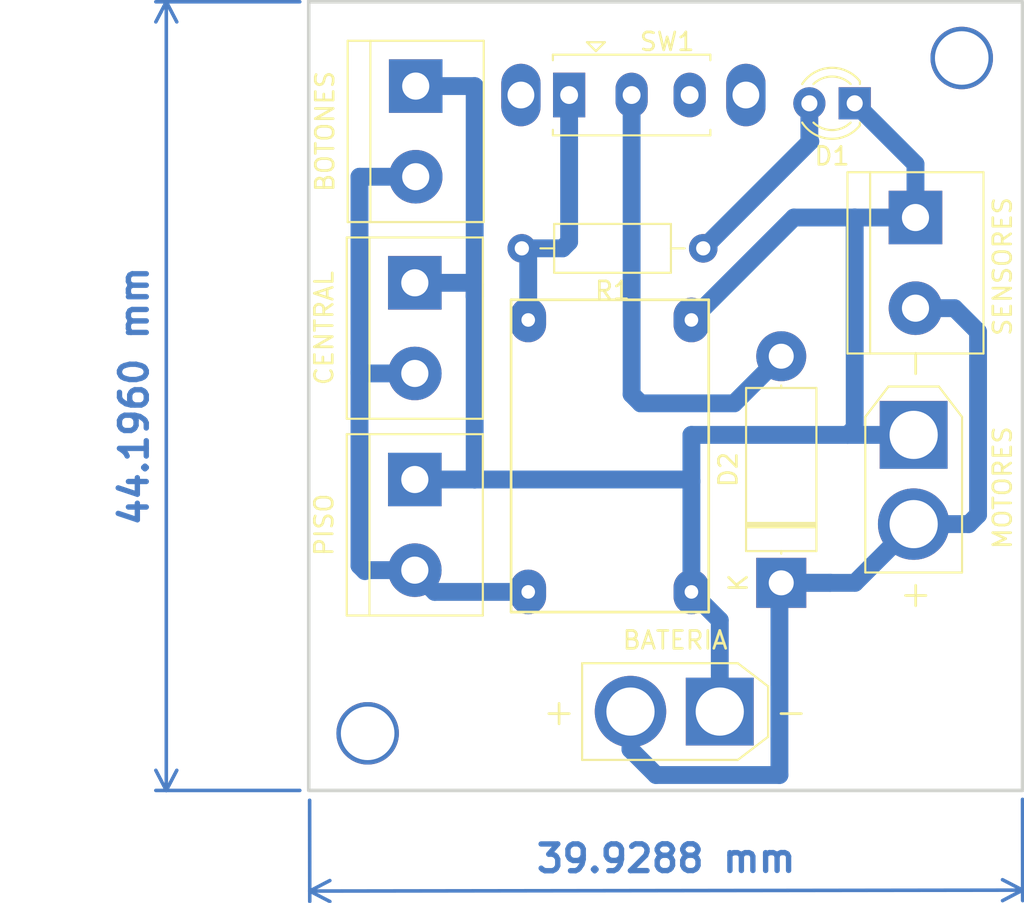
<source format=kicad_pcb>
(kicad_pcb (version 20211014) (generator pcbnew)
  (layers (0 "F.Cu" signal) (31 "B.Cu" signal) (34 "B.Paste" user) (35 "F.Paste" user) (36 "B.SilkS" user "B.Silkscreen") (37 "F.SilkS" user "F.Silkscreen") (38 "B.Mask" user) (39 "F.Mask" user) (44 "Edge.Cuts" user))
  (net 0 "")
  (net 1 "GND")
  (net 2 "Net-(D1-Pad2)")
  (net 3 "/VCC")
  (net 4 "Net-(D2-Pad2)")
  (net 5 "/VIN")
  (net 7 "/5v")
  (footprint "TerminalBlock:TerminalBlock_bornier-2_P5.08mm" (layer "F.Cu") (at 19.1516 53.4416 -90)
    (fp_text reference "J3" hide)
    (fp_text value "BOTONES" (at 2.54 5.08 90) (layer "F.SilkS"))
    (fp_line (start -2.54 -3.81) (end -2.54 3.81) (layer "F.SilkS") (width 0.12))
    (fp_line (start 7.62 -3.81) (end -2.54 -3.81) (layer "F.SilkS") (width 0.12))
    (fp_line (start 7.62 3.81) (end 7.62 -3.81) (layer "F.SilkS") (width 0.12))
    (fp_line (start -2.54 3.81) (end 7.62 3.81) (layer "F.SilkS") (width 0.12))
    (fp_line (start 7.62 2.54) (end -2.54 2.54) (layer "F.SilkS") (width 0.12))
    (pad "1" thru_hole rect (at 0 0 270) (size 3 3) (drill 1.52) (layers *.Cu *.Mask) (net 1 "GND"))
    (pad "2" thru_hole circle (at 5.08 0 270) (size 3 3) (drill 1.52) (layers *.Cu *.Mask) (net 7 "/5v"))
  )
  (footprint "Connector_AMASS:AMASS_XT30U-F_1x02_P5.0mm_Vertical" (layer "F.Cu") (at 47.0408 72.9888 -90)
    (fp_text reference "J2" hide)
    (fp_text value "MOTORES" (at 2.9572 -4.9784 -90) (layer "F.SilkS"))
    (fp_text user "+" (at 9 0 90) (layer "F.SilkS") (effects (font (size 1.5 1.5))))
    (fp_text user "-" (at -4 0 90) (layer "F.SilkS") (effects (font (size 1.5 1.5))))
    (fp_line (start -1.01 -2.71) (end 7.71 -2.71) (layer "F.SilkS") (width 0.12))
    (fp_line (start 7.71 -2.71) (end 7.71 2.71) (layer "F.SilkS") (width 0.12))
    (fp_line (start -2.71 -1.41) (end -2.71 1.41) (layer "F.SilkS") (width 0.12))
    (fp_line (start -2.71 1.41) (end -1.01 2.71) (layer "F.SilkS") (width 0.12))
    (fp_line (start -1.01 2.71) (end 7.71 2.71) (layer "F.SilkS") (width 0.12))
    (fp_line (start -2.71 -1.41) (end -1.01 -2.71) (layer "F.SilkS") (width 0.12))
    (pad "1" thru_hole rect (at 0 0 270) (size 3.8 3.8) (drill 2.7) (layers *.Cu *.Mask) (net 1 "GND"))
    (pad "2" thru_hole circle (at 5 0 270) (size 4 4) (drill 2.7) (layers *.Cu *.Mask) (net 3 "/VCC"))
  )
  (footprint "Connector_AMASS:AMASS_XT30U-F_1x02_P5.0mm_Vertical" (layer "F.Cu") (at 36.1804 88.4936 180)
    (fp_text reference "J6" hide)
    (fp_text value "BATERIA" (at 2.5 4) (layer "F.SilkS"))
    (fp_text user "-" (at -4 0) (layer "F.SilkS") (effects (font (size 1.5 1.5))))
    (fp_text user "+" (at 9 0) (layer "F.SilkS") (effects (font (size 1.5 1.5))))
    (fp_line (start -2.71 1.41) (end -1.01 2.71) (layer "F.SilkS") (width 0.12))
    (fp_line (start -1.01 2.71) (end 7.71 2.71) (layer "F.SilkS") (width 0.12))
    (fp_line (start 7.71 -2.71) (end 7.71 2.71) (layer "F.SilkS") (width 0.12))
    (fp_line (start -1.01 -2.71) (end 7.71 -2.71) (layer "F.SilkS") (width 0.12))
    (fp_line (start -2.71 -1.41) (end -1.01 -2.71) (layer "F.SilkS") (width 0.12))
    (fp_line (start -2.71 -1.41) (end -2.71 1.41) (layer "F.SilkS") (width 0.12))
    (pad "1" thru_hole rect (at 0 0 180) (size 3.8 3.8) (drill 2.7) (layers *.Cu *.Mask) (net 1 "GND"))
    (pad "2" thru_hole circle (at 5 0 180) (size 4 4) (drill 2.7) (layers *.Cu *.Mask) (net 3 "/VCC"))
  )
  (footprint "Button_Switch_THT:SW_Slide_1P2T_CK_OS102011MS2Q" (layer "F.Cu") (at 29.2436 53.9423)
    (fp_text reference "SW1" (at 3.99 -2.99) (layer "F.SilkS"))
    (fp_text value "SW_DPDT_x2")
    (fp_line (start -2.41 2.26) (end -2.41 1.95) (layer "F.SilkS") (width 0.12))
    (fp_line (start -2.41 -2.26) (end 6.41 -2.26) (layer "F.SilkS") (width 0.12))
    (fp_line (start -2.41 -1.95) (end -2.41 -2.26) (layer "F.SilkS") (width 0.12))
    (fp_line (start 6.41 -2.26) (end 6.41 -1.95) (layer "F.SilkS") (width 0.12))
    (fp_line (start 6.41 2.26) (end 6.41 1.95) (layer "F.SilkS") (width 0.12))
    (fp_line (start 0 -2.46) (end 0.5 -2.96) (layer "F.SilkS") (width 0.12))
    (fp_line (start -0.5 -2.96) (end 0 -2.46) (layer "F.SilkS") (width 0.12))
    (fp_line (start 0.5 -2.96) (end -0.5 -2.96) (layer "F.SilkS") (width 0.12))
    (fp_line (start 6.41 2.26) (end -2.41 2.26) (layer "F.SilkS") (width 0.12))
    (pad "" thru_hole oval (at -4.2 0) (size 2.2 3.5) (drill 1.5) (layers *.Cu *.Mask))
    (pad "" thru_hole oval (at 8.4 0) (size 2.2 3.5) (drill 1.5) (layers *.Cu *.Mask))
    (pad "1" thru_hole rect (at -1.5 0) (size 1.8 2.5) (drill 1) (layers *.Cu *.Mask) (net 5 "/VIN"))
    (pad "2" thru_hole oval (at 2 0) (size 1.8 2.5) (drill 1) (layers *.Cu *.Mask) (net 4 "Net-(D2-Pad2)"))
    (pad "3" thru_hole oval (at 5.25 0) (size 1.8 2.5) (drill 1) (layers *.Cu *.Mask))
  )
  (footprint "LED_THT:LED_D3.0mm" (layer "F.Cu") (at 43.7388 54.4068 180)
    (fp_text reference "D1" (at 1.27 -2.96) (layer "F.SilkS"))
    (fp_text value "LED")
    (fp_line (start -0.29 1.08) (end -0.29 1.236) (layer "F.SilkS") (width 0.12))
    (fp_line (start -0.29 -1.236) (end -0.29 -1.08) (layer "F.SilkS") (width 0.12))
    (fp_arc (start 0.229039 -1.08) (mid 1.270117 -1.5) (end 2.31113 -1.079837) (layer "F.SilkS") (width 0.12))
    (fp_arc (start 2.942335 1.078608) (mid 1.366487 1.987659) (end -0.29 1.235516) (layer "F.SilkS") (width 0.12))
    (fp_arc (start -0.29 -1.235516) (mid 1.366487 -1.987659) (end 2.942335 -1.078608) (layer "F.SilkS") (width 0.12))
    (fp_arc (start 2.31113 1.079837) (mid 1.270117 1.5) (end 0.229039 1.08) (layer "F.SilkS") (width 0.12))
    (pad "1" thru_hole rect (at 0 0 180) (size 1.8 1.8) (drill 0.9) (layers *.Cu *.Mask) (net 1 "GND"))
    (pad "2" thru_hole circle (at 2.54 0 180) (size 1.8 1.8) (drill 0.9) (layers *.Cu *.Mask) (net 2 "Net-(D1-Pad2)"))
  )
  (footprint "TerminalBlock:TerminalBlock_bornier-2_P5.08mm" (layer "F.Cu") (at 19.1008 64.4652 -90)
    (fp_text reference "J4" hide)
    (fp_text value "CENTRAL" (at 2.54 5.08 90) (layer "F.SilkS"))
    (fp_line (start 7.62 -3.81) (end -2.54 -3.81) (layer "F.SilkS") (width 0.12))
    (fp_line (start 7.62 3.81) (end 7.62 -3.81) (layer "F.SilkS") (width 0.12))
    (fp_line (start 7.62 2.54) (end -2.54 2.54) (layer "F.SilkS") (width 0.12))
    (fp_line (start -2.54 -3.81) (end -2.54 3.81) (layer "F.SilkS") (width 0.12))
    (fp_line (start -2.54 3.81) (end 7.62 3.81) (layer "F.SilkS") (width 0.12))
    (pad "1" thru_hole rect (at 0 0 270) (size 3 3) (drill 1.52) (layers *.Cu *.Mask) (net 1 "GND"))
    (pad "2" thru_hole circle (at 5.08 0 270) (size 3 3) (drill 1.52) (layers *.Cu *.Mask) (net 7 "/5v"))
  )
  (footprint "Diode_THT:D_5W_P12.70mm_Horizontal" (layer "F.Cu") (at 39.624 81.28 90)
    (fp_text reference "D2" (at 6.35 -2.97 90) (layer "F.SilkS"))
    (fp_text value "DIODE")
    (fp_text user "K" (at 0 -2.4 90) (layer "F.SilkS"))
    (fp_line (start 3.115 -1.97) (end 3.115 1.97) (layer "F.SilkS") (width 0.12))
    (fp_line (start 1.64 0) (end 1.78 0) (layer "F.SilkS") (width 0.12))
    (fp_line (start 1.78 1.97) (end 10.92 1.97) (layer "F.SilkS") (width 0.12))
    (fp_line (start 3.355 -1.97) (end 3.355 1.97) (layer "F.SilkS") (width 0.12))
    (fp_line (start 10.92 1.97) (end 10.92 -1.97) (layer "F.SilkS") (width 0.12))
    (fp_line (start 1.78 -1.97) (end 1.78 1.97) (layer "F.SilkS") (width 0.12))
    (fp_line (start 3.235 -1.97) (end 3.235 1.97) (layer "F.SilkS") (width 0.12))
    (fp_line (start 11.06 0) (end 10.92 0) (layer "F.SilkS") (width 0.12))
    (fp_line (start 10.92 -1.97) (end 1.78 -1.97) (layer "F.SilkS") (width 0.12))
    (pad "1" thru_hole rect (at 0 0 90) (size 2.8 2.8) (drill 1.4) (layers *.Cu *.Mask) (net 3 "/VCC"))
    (pad "2" thru_hole oval (at 12.7 0 90) (size 2.8 2.8) (drill 1.4) (layers *.Cu *.Mask) (net 4 "Net-(D2-Pad2)"))
  )
  (footprint "Resistor_THT:R_Axial_DIN0207_L6.3mm_D2.5mm_P10.16mm_Horizontal" (layer "F.Cu") (at 35.2552 62.5348 180)
    (fp_text reference "R1" (at 5.08 -2.37) (layer "F.SilkS"))
    (fp_text value "R")
    (fp_line (start 8.35 1.37) (end 8.35 -1.37) (layer "F.SilkS") (width 0.12))
    (fp_line (start 1.81 -1.37) (end 1.81 1.37) (layer "F.SilkS") (width 0.12))
    (fp_line (start 1.81 1.37) (end 8.35 1.37) (layer "F.SilkS") (width 0.12))
    (fp_line (start 8.35 -1.37) (end 1.81 -1.37) (layer "F.SilkS") (width 0.12))
    (fp_line (start 9.12 0) (end 8.35 0) (layer "F.SilkS") (width 0.12))
    (fp_line (start 1.04 0) (end 1.81 0) (layer "F.SilkS") (width 0.12))
    (pad "1" thru_hole circle (at 0 0 180) (size 1.6 1.6) (drill 0.8) (layers *.Cu *.Mask) (net 2 "Net-(D1-Pad2)"))
    (pad "2" thru_hole oval (at 10.16 0 180) (size 1.6 1.6) (drill 0.8) (layers *.Cu *.Mask) (net 5 "/VIN"))
  )
  (footprint "Mini360_step-down:Mini360_step-down" (layer "F.Cu") (at 30.0228 74.168 -90)
    (fp_text reference "U1" hide)
    (fp_text value "Mini360")
    (fp_line (start -8.75 -5.54) (end -8.75 5.53) (layer "F.SilkS") (width 0.15))
    (fp_line (start 8.75 5.53) (end -8.75 5.53) (layer "F.SilkS") (width 0.15))
    (fp_line (start 8.75 5.53) (end 8.75 -5.54) (layer "F.SilkS") (width 0.15))
    (fp_line (start -8.75 -5.54) (end 8.75 -5.54) (layer "F.SilkS") (width 0.15))
    (pad "1" thru_hole oval locked (at -7.62 -4.57 270) (size 2.5 2) (drill 0.762) (layers *.Cu *.Mask) (net 1 "GND"))
    (pad "2" thru_hole oval locked (at -7.62 4.57 270) (size 2.5 2) (drill 0.762) (layers *.Cu *.Mask) (net 5 "/VIN"))
    (pad "3" thru_hole oval locked (at 7.62 -4.57 270) (size 2.5 2) (drill 0.762) (layers *.Cu *.Mask) (net 1 "GND"))
    (pad "4" thru_hole oval locked (at 7.62 4.57 270) (size 2.5 2) (drill 0.762) (layers *.Cu *.Mask) (net 7 "/5v"))
  )
  (footprint "TerminalBlock:TerminalBlock_bornier-2_P5.08mm" (layer "F.Cu") (at 47.1424 60.8076 -90)
    (fp_text reference "J1" hide)
    (fp_text value "SENSORES" (at 2.7432 -4.8768 90) (layer "F.SilkS"))
    (fp_line (start 7.62 2.54) (end -2.54 2.54) (layer "F.SilkS") (width 0.12))
    (fp_line (start -2.54 3.81) (end 7.62 3.81) (layer "F.SilkS") (width 0.12))
    (fp_line (start 7.62 -3.81) (end -2.54 -3.81) (layer "F.SilkS") (width 0.12))
    (fp_line (start 7.62 3.81) (end 7.62 -3.81) (layer "F.SilkS") (width 0.12))
    (fp_line (start -2.54 -3.81) (end -2.54 3.81) (layer "F.SilkS") (width 0.12))
    (pad "1" thru_hole rect (at 0 0 270) (size 3 3) (drill 1.52) (layers *.Cu *.Mask) (net 1 "GND"))
    (pad "2" thru_hole circle (at 5.08 0 270) (size 3 3) (drill 1.52) (layers *.Cu *.Mask) (net 3 "/VCC"))
  )
  (footprint "TerminalBlock:TerminalBlock_bornier-2_P5.08mm" (layer "F.Cu") (at 19.1008 75.4888 -90)
    (fp_text reference "J5" hide)
    (fp_text value "PISO" (at 2.54 5.08 90) (layer "F.SilkS"))
    (fp_line (start -2.54 -3.81) (end -2.54 3.81) (layer "F.SilkS") (width 0.12))
    (fp_line (start 7.62 2.54) (end -2.54 2.54) (layer "F.SilkS") (width 0.12))
    (fp_line (start 7.62 3.81) (end 7.62 -3.81) (layer "F.SilkS") (width 0.12))
    (fp_line (start 7.62 -3.81) (end -2.54 -3.81) (layer "F.SilkS") (width 0.12))
    (fp_line (start -2.54 3.81) (end 7.62 3.81) (layer "F.SilkS") (width 0.12))
    (pad "1" thru_hole rect (at 0 0 270) (size 3 3) (drill 1.52) (layers *.Cu *.Mask) (net 1 "GND"))
    (pad "2" thru_hole circle (at 5.08 0 270) (size 3 3) (drill 1.52) (layers *.Cu *.Mask) (net 7 "/5v"))
  )
  (gr_rect (start 13.1572 48.7172) (end 53.1368 92.9132) (layer "Edge.Cuts") (width 0.2) (fill none))
  (dimension (type aligned) (layer "B.Cu") (pts (xy 13.1572 48.7172) (xy 13.1572 92.9132)) (height 7.975599) (gr_text "44.1960 mm" (at 3.381601 70.8152 90) (layer "B.Cu") (effects (font (size 1.5 1.5) (thickness 0.3)))) (format (units 3) (units_format 1) (precision 4)) (style (thickness 0.2) (arrow_length 1.27) (text_position_mode 0) (extension_height 0.58642) (extension_offset 0.5) keep_text_aligned))
  (dimension (type aligned) (layer "B.Cu") (pts (xy 13.208 92.964) (xy 53.1368 92.9132)) (height 5.587478) (gr_text "39.9288 mm" (at 33.177219 96.726074 0.07289535445) (layer "B.Cu") (effects (font (size 1.5 1.5) (thickness 0.3)))) (format (units 3) (units_format 1) (precision 4)) (style (thickness 0.2) (arrow_length 1.27) (text_position_mode 0) (extension_height 0.58642) (extension_offset 0.5) keep_text_aligned))
  (via (at 16.4592 89.7128) (size 3.5) (drill 3) (layers "F.Cu" "B.Cu") (net 0))
  (via (at 49.7332 51.8668) (size 3.5) (drill 3) (layers "F.Cu" "B.Cu") (net 0))
  (segment (start 36.1804 83.3756) (end 34.5928 81.788) (width 1) (layer "B.Cu") (net 1))
  (segment (start 34.584 81.7968) (end 34.5928 81.788) (width 1) (layer "B.Cu") (net 1))
  (segment (start 43.7388 60.8076) (end 47.1424 60.8076) (width 1) (layer "B.Cu") (net 1))
  (segment (start 22.4536 53.4416) (end 22.4536 65.2272) (width 1) (layer "B.Cu") (net 1))
  (segment (start 22.4536 65.2272) (end 22.4536 75.4888) (width 1) (layer "B.Cu") (net 1))
  (segment (start 34.5928 81.788) (end 34.5928 75.5884) (width 1) (layer "B.Cu") (net 1))
  (segment (start 43.7388 72.5932) (end 43.3432 72.9888) (width 1) (layer "B.Cu") (net 1))
  (segment (start 47.1424 60.8076) (end 47.1424 57.8104) (width 1) (layer "B.Cu") (net 1))
  (segment (start 34.5928 72.9888) (end 34.5928 75.5884) (width 1) (layer "B.Cu") (net 1))
  (segment (start 34.5928 66.548) (end 40.3332 60.8076) (width 1) (layer "B.Cu") (net 1))
  (segment (start 43.7388 60.8076) (end 43.7388 72.5932) (width 1) (layer "B.Cu") (net 1))
  (segment (start 34.4932 75.4888) (end 34.5928 75.5884) (width 1) (layer "B.Cu") (net 1))
  (segment (start 22.4536 75.4888) (end 34.4932 75.4888) (width 1) (layer "B.Cu") (net 1))
  (segment (start 47.0408 72.9888) (end 43.3432 72.9888) (width 1) (layer "B.Cu") (net 1))
  (segment (start 40.3332 60.8076) (end 43.7388 60.8076) (width 1) (layer "B.Cu") (net 1))
  (segment (start 36.1804 88.4936) (end 36.1804 83.3756) (width 1) (layer "B.Cu") (net 1))
  (segment (start 22.4536 64.5668) (end 22.4536 65.2272) (width 1) (layer "B.Cu") (net 1))
  (segment (start 22.352 64.4652) (end 22.4536 64.5668) (width 1) (layer "B.Cu") (net 1))
  (segment (start 47.1424 57.8104) (end 43.7388 54.4068) (width 1) (layer "B.Cu") (net 1))
  (segment (start 19.1008 64.4652) (end 22.352 64.4652) (width 1) (layer "B.Cu") (net 1))
  (segment (start 36.1804 88.5444) (end 37.2872 88.5444) (width 1) (layer "B.Cu") (net 1))
  (segment (start 43.3432 72.9888) (end 34.5928 72.9888) (width 1) (layer "B.Cu") (net 1))
  (segment (start 18.9992 75.4888) (end 22.4536 75.4888) (width 1) (layer "B.Cu") (net 1))
  (segment (start 19.1516 53.4416) (end 22.4536 53.4416) (width 1) (layer "B.Cu") (net 1))
  (segment (start 35.306 62.5856) (end 35.2552 62.5348) (width 1) (layer "B.Cu") (net 2))
  (segment (start 41.2496 56.5404) (end 41.1988 56.4896) (width 1) (layer "B.Cu") (net 2))
  (segment (start 41.1988 56.4896) (end 41.1988 54.4068) (width 1) (layer "B.Cu") (net 2))
  (segment (start 35.2552 62.5348) (end 41.2496 56.5404) (width 1) (layer "B.Cu") (net 2))
  (segment (start 39.5224 92.0496) (end 39.5224 81.28) (width 1) (layer "B.Cu") (net 3))
  (segment (start 43.7496 81.28) (end 47.0408 77.9888) (width 1) (layer "B.Cu") (net 3))
  (segment (start 39.624 81.28) (end 42.3672 81.28) (width 1) (layer "B.Cu") (net 3))
  (segment (start 39.5224 81.28) (end 42.3672 81.28) (width 1) (layer "B.Cu") (net 3))
  (segment (start 32.6136 92.0496) (end 39.5224 92.0496) (width 1) (layer "B.Cu") (net 3))
  (segment (start 47.0408 77.9888) (end 50.1288 77.9888) (width 1) (layer "B.Cu") (net 3))
  (segment (start 50.6476 77.47) (end 50.6476 67.2084) (width 1) (layer "B.Cu") (net 3))
  (segment (start 31.1804 90.6164) (end 32.6136 92.0496) (width 1) (layer "B.Cu") (net 3))
  (segment (start 50.6476 67.2084) (end 49.3268 65.8876) (width 1) (layer "B.Cu") (net 3))
  (segment (start 42.3672 81.28) (end 43.7496 81.28) (width 1) (layer "B.Cu") (net 3))
  (segment (start 50.1288 77.9888) (end 50.6476 77.47) (width 1) (layer "B.Cu") (net 3))
  (segment (start 49.3268 65.8876) (end 47.1424 65.8876) (width 1) (layer "B.Cu") (net 3))
  (segment (start 31.1804 88.4936) (end 31.1804 90.6164) (width 1) (layer "B.Cu") (net 3))
  (segment (start 31.2436 70.7152) (end 31.2436 53.9423) (width 1) (layer "B.Cu") (net 4))
  (segment (start 31.75 71.2216) (end 31.2436 70.7152) (width 1) (layer "B.Cu") (net 4))
  (segment (start 39.624 68.58) (end 36.9824 71.2216) (width 1) (layer "B.Cu") (net 4))
  (segment (start 36.9824 71.2216) (end 31.75 71.2216) (width 1) (layer "B.Cu") (net 4))
  (segment (start 39.624 68.7832) (end 39.624 68.58) (width 1) (layer "B.Cu") (net 4))
  (segment (start 27.3812 62.5348) (end 27.7436 62.1724) (width 1) (layer "B.Cu") (net 5))
  (segment (start 25.4528 66.548) (end 25.4528 62.8924) (width 1) (layer "B.Cu") (net 5))
  (segment (start 25.4528 62.8924) (end 25.0952 62.5348) (width 1) (layer "B.Cu") (net 5))
  (segment (start 27.7436 62.1724) (end 27.7436 53.9423) (width 1) (layer "B.Cu") (net 5))
  (segment (start 25.0952 62.5348) (end 27.3812 62.5348) (width 1) (layer "B.Cu") (net 5))
  (segment (start 16.3068 80.6196) (end 16.002 80.3148) (width 1) (layer "B.Cu") (net 7))
  (segment (start 18.9992 80.5688) (end 16.3576 80.5688) (width 1) (layer "B.Cu") (net 7))
  (segment (start 16.3576 80.5688) (end 16.3068 80.6196) (width 1) (layer "B.Cu") (net 7))
  (segment (start 16.0528 69.5452) (end 19.1008 69.5452) (width 1) (layer "B.Cu") (net 7))
  (segment (start 20.2184 81.788) (end 18.9992 80.5688) (width 1) (layer "B.Cu") (net 7))
  (segment (start 16.002 80.3148) (end 16.002 58.5216) (width 1) (layer "B.Cu") (net 7))
  (segment (start 16.002 58.5216) (end 19.1516 58.5216) (width 1) (layer "B.Cu") (net 7))
  (segment (start 16.002 69.4944) (end 16.0528 69.5452) (width 1) (layer "B.Cu") (net 7))
  (segment (start 25.4528 81.788) (end 20.2184 81.788) (width 1) (layer "B.Cu") (net 7))
)
</source>
